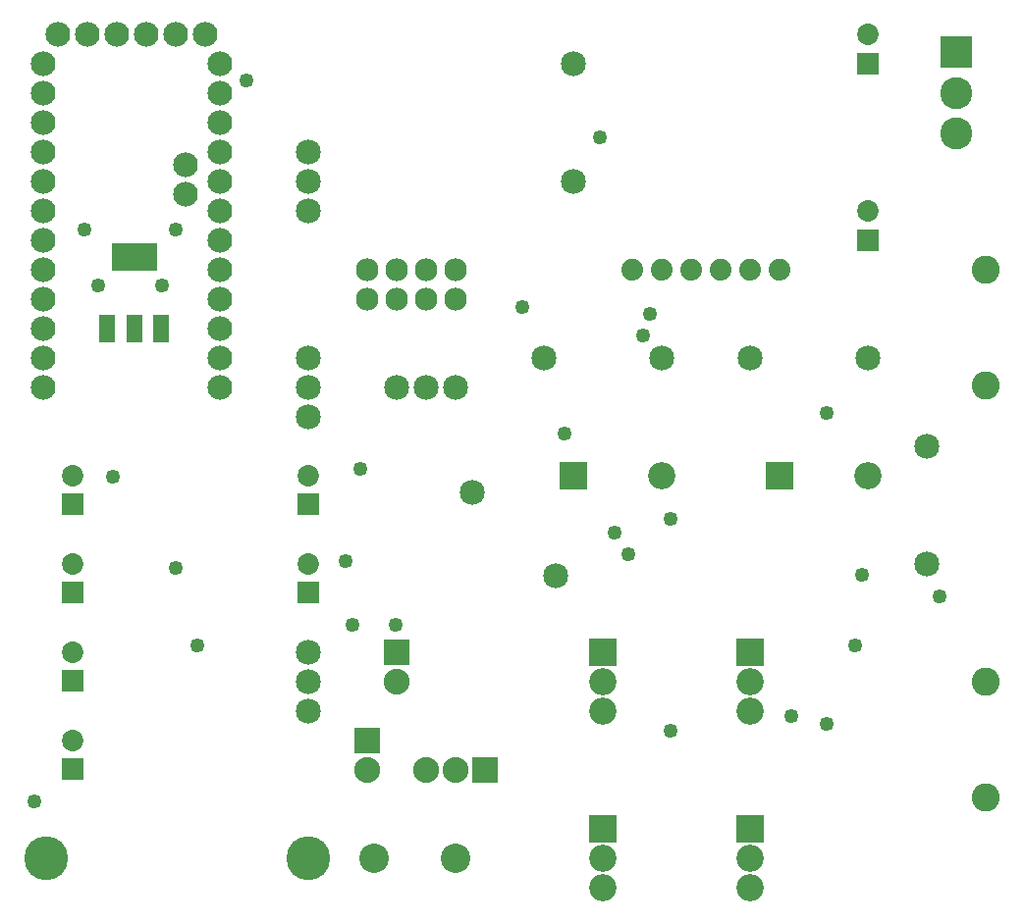
<source format=gbs>
G04 MADE WITH FRITZING*
G04 WWW.FRITZING.ORG*
G04 DOUBLE SIDED*
G04 HOLES PLATED*
G04 CONTOUR ON CENTER OF CONTOUR VECTOR*
%ASAXBY*%
%FSLAX23Y23*%
%MOIN*%
%OFA0B0*%
%SFA1.0B1.0*%
%ADD10C,0.049370*%
%ADD11C,0.088000*%
%ADD12C,0.072992*%
%ADD13C,0.085000*%
%ADD14C,0.084000*%
%ADD15C,0.074000*%
%ADD16C,0.095437*%
%ADD17C,0.092000*%
%ADD18C,0.100000*%
%ADD19C,0.077278*%
%ADD20C,0.148890*%
%ADD21C,0.109055*%
%ADD22R,0.088000X0.088000*%
%ADD23R,0.072992X0.072992*%
%ADD24R,0.092000X0.092000*%
%ADD25R,0.109055X0.109055*%
%ADD26R,0.058000X0.098000*%
%ADD27R,0.151732X0.096614*%
%LNMASK0*%
G90*
G70*
G54D10*
X2220Y1454D03*
X1860Y1742D03*
X540Y2438D03*
X492Y2246D03*
X324Y1598D03*
X228Y2438D03*
X276Y2246D03*
X1116Y1310D03*
X1164Y1622D03*
X2124Y2078D03*
X1284Y1094D03*
X1140Y1094D03*
X2220Y734D03*
X612Y1022D03*
X540Y1286D03*
X2028Y1406D03*
X2748Y1814D03*
X2628Y782D03*
X1716Y2174D03*
X2148Y2150D03*
X2748Y758D03*
X60Y494D03*
X780Y2942D03*
X2844Y1022D03*
X2868Y1262D03*
X2076Y1334D03*
X1980Y2750D03*
X3132Y1190D03*
G54D11*
X1288Y1001D03*
X1288Y901D03*
G54D12*
X2888Y2401D03*
X2888Y2500D03*
X2888Y3001D03*
X2888Y3100D03*
G54D13*
X1888Y3001D03*
X1888Y2601D03*
G54D14*
X638Y3101D03*
X538Y3101D03*
X438Y3101D03*
X338Y3101D03*
X238Y3101D03*
X138Y3101D03*
X688Y3001D03*
X688Y2901D03*
X688Y2801D03*
X688Y2701D03*
X688Y2601D03*
X573Y2656D03*
X573Y2556D03*
X688Y2501D03*
X688Y2401D03*
X688Y2301D03*
X688Y2201D03*
X688Y2101D03*
X688Y2001D03*
X688Y1901D03*
X88Y1901D03*
X88Y2001D03*
X88Y2101D03*
X88Y2201D03*
X88Y2301D03*
X88Y2401D03*
X88Y2501D03*
X88Y2601D03*
X88Y2701D03*
X88Y2801D03*
X88Y2901D03*
X88Y3001D03*
G54D15*
X2588Y2301D03*
X2488Y2301D03*
X2388Y2301D03*
X2288Y2301D03*
X2188Y2301D03*
X2088Y2301D03*
G54D16*
X3288Y508D03*
X3288Y901D03*
X3288Y508D03*
X3288Y901D03*
X3288Y1908D03*
X3288Y2301D03*
X3288Y1908D03*
X3288Y2301D03*
G54D17*
X1988Y401D03*
X1988Y301D03*
X1988Y201D03*
X1988Y1001D03*
X1988Y901D03*
X1988Y801D03*
X2488Y401D03*
X2488Y301D03*
X2488Y201D03*
X2488Y1001D03*
X2488Y901D03*
X2488Y801D03*
G54D13*
X1788Y2001D03*
X2188Y2001D03*
X3088Y1701D03*
X3088Y1301D03*
X2488Y2001D03*
X2888Y2001D03*
X1546Y1543D03*
X1829Y1260D03*
G54D17*
X1888Y1601D03*
X2188Y1601D03*
X2588Y1601D03*
X2888Y1601D03*
G54D18*
X1488Y301D03*
X1212Y301D03*
G54D19*
X1188Y2301D03*
X1288Y2301D03*
X1388Y2301D03*
X1488Y2301D03*
X1188Y2201D03*
X1288Y2201D03*
X1388Y2201D03*
X1488Y2201D03*
G54D20*
X99Y301D03*
X988Y301D03*
G54D11*
X1588Y601D03*
X1488Y601D03*
X1388Y601D03*
X1188Y701D03*
X1188Y601D03*
G54D13*
X1288Y1901D03*
X1388Y1901D03*
X1488Y1901D03*
G54D12*
X188Y903D03*
X188Y1001D03*
X188Y603D03*
X188Y701D03*
X188Y1503D03*
X188Y1601D03*
X188Y1203D03*
X188Y1301D03*
G54D13*
X988Y1001D03*
X988Y901D03*
X988Y801D03*
G54D12*
X988Y1503D03*
X988Y1601D03*
X988Y1203D03*
X988Y1301D03*
G54D13*
X988Y2001D03*
X988Y1901D03*
X988Y1801D03*
X988Y2701D03*
X988Y2601D03*
X988Y2501D03*
G54D21*
X3188Y3039D03*
X3188Y2901D03*
X3188Y2764D03*
G54D22*
X1288Y1001D03*
G54D23*
X2888Y2401D03*
X2888Y3001D03*
G54D24*
X1988Y401D03*
X1988Y1001D03*
X2488Y401D03*
X2488Y1001D03*
X1888Y1601D03*
X2588Y1601D03*
G54D22*
X1588Y601D03*
X1188Y701D03*
G54D23*
X188Y903D03*
X188Y603D03*
X188Y1503D03*
X188Y1203D03*
X988Y1503D03*
X988Y1203D03*
G54D25*
X3188Y3039D03*
G54D26*
X488Y2101D03*
X397Y2101D03*
X306Y2101D03*
G54D27*
X397Y2345D03*
G04 End of Mask0*
M02*
</source>
